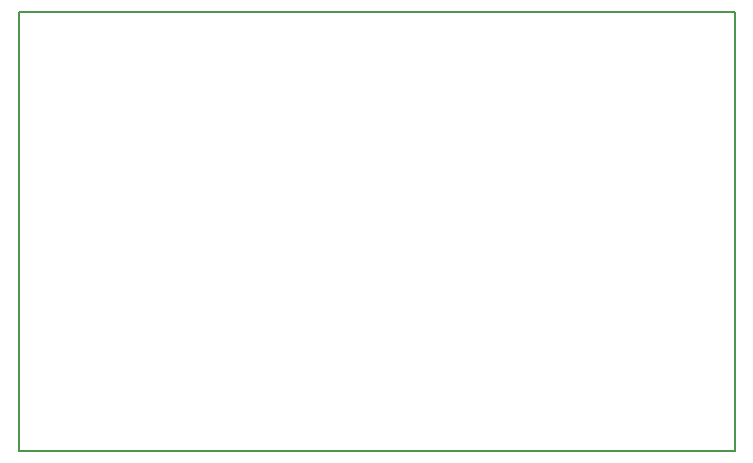
<source format=gm1>
G04 #@! TF.GenerationSoftware,KiCad,Pcbnew,(6.0.2)*
G04 #@! TF.CreationDate,2022-06-23T21:17:51+02:00*
G04 #@! TF.ProjectId,EightChannel,45696768-7443-4686-916e-6e656c2e6b69,rev?*
G04 #@! TF.SameCoordinates,Original*
G04 #@! TF.FileFunction,Profile,NP*
%FSLAX46Y46*%
G04 Gerber Fmt 4.6, Leading zero omitted, Abs format (unit mm)*
G04 Created by KiCad (PCBNEW (6.0.2)) date 2022-06-23 21:17:51*
%MOMM*%
%LPD*%
G01*
G04 APERTURE LIST*
G04 #@! TA.AperFunction,Profile*
%ADD10C,0.150000*%
G04 #@! TD*
G04 APERTURE END LIST*
D10*
X110670000Y-43180000D02*
X171270000Y-43180000D01*
X171270000Y-43180000D02*
X171270000Y-80380000D01*
X171270000Y-80380000D02*
X110670000Y-80380000D01*
X110670000Y-80380000D02*
X110670000Y-43180000D01*
M02*

</source>
